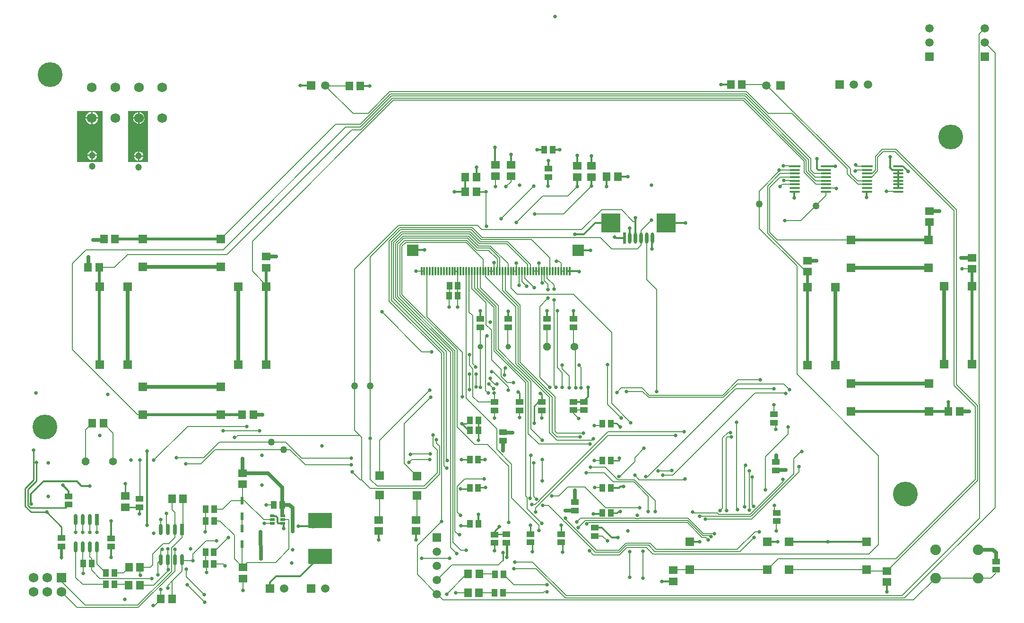
<source format=gtl>
G04 Layer_Physical_Order=1*
G04 Layer_Color=255*
%FSLAX25Y25*%
%MOIN*%
G70*
G01*
G75*
%ADD10O,0.02362X0.07874*%
%ADD11R,0.02362X0.07874*%
%ADD12R,0.13780X0.13780*%
%ADD13R,0.01181X0.06299*%
%ADD14O,0.01181X0.06299*%
%ADD15R,0.07874X0.07874*%
%ADD16R,0.04331X0.05512*%
%ADD17R,0.05512X0.04331*%
%ADD18R,0.05512X0.05906*%
%ADD19R,0.03543X0.01969*%
G04:AMPARAMS|DCode=20|XSize=35.43mil|YSize=19.69mil|CornerRadius=4.92mil|HoleSize=0mil|Usage=FLASHONLY|Rotation=0.000|XOffset=0mil|YOffset=0mil|HoleType=Round|Shape=RoundedRectangle|*
%AMROUNDEDRECTD20*
21,1,0.03543,0.00984,0,0,0.0*
21,1,0.02559,0.01969,0,0,0.0*
1,1,0.00984,0.01280,-0.00492*
1,1,0.00984,-0.01280,-0.00492*
1,1,0.00984,-0.01280,0.00492*
1,1,0.00984,0.01280,0.00492*
%
%ADD20ROUNDEDRECTD20*%
%ADD21R,0.05906X0.05512*%
%ADD22R,0.02362X0.05315*%
%ADD23R,0.06102X0.06299*%
%ADD24O,0.07874X0.01181*%
%ADD25R,0.07874X0.01181*%
%ADD26R,0.06299X0.06102*%
%ADD27R,0.05906X0.05906*%
%ADD28R,0.16732X0.10906*%
%ADD29O,0.02756X0.07874*%
%ADD30R,0.02756X0.07874*%
%ADD31O,0.02500X0.08000*%
%ADD32R,0.02500X0.08000*%
%ADD33C,0.00800*%
%ADD34C,0.01200*%
%ADD35C,0.01000*%
%ADD36C,0.02500*%
%ADD37C,0.01500*%
%ADD38C,0.02000*%
%ADD39C,0.17500*%
%ADD40R,0.06831X0.06831*%
%ADD41C,0.06831*%
%ADD42C,0.06900*%
%ADD43R,0.05906X0.05906*%
%ADD44C,0.05906*%
%ADD45C,0.03900*%
%ADD46C,0.07500*%
%ADD47R,0.05906X0.05906*%
%ADD48P,0.05966X8X22.5*%
%ADD49C,0.05512*%
%ADD50C,0.04724*%
%ADD51C,0.05000*%
%ADD52C,0.02500*%
G36*
X90000Y318000D02*
X76000D01*
Y354000D01*
X90000D01*
Y318000D01*
D02*
G37*
G36*
X58000D02*
X40000D01*
Y354000D01*
X58000D01*
Y318000D01*
D02*
G37*
%LPC*%
G36*
X83100Y325499D02*
X82722Y325450D01*
X81904Y325111D01*
X81202Y324572D01*
X80663Y323870D01*
X80324Y323052D01*
X80275Y322674D01*
X83100D01*
Y325499D01*
D02*
G37*
G36*
X84100D02*
Y322674D01*
X86925D01*
X86876Y323052D01*
X86537Y323870D01*
X85998Y324572D01*
X85296Y325111D01*
X84478Y325450D01*
X84100Y325499D01*
D02*
G37*
G36*
X50300Y325999D02*
X49922Y325950D01*
X49104Y325611D01*
X48402Y325072D01*
X47863Y324370D01*
X47524Y323552D01*
X47475Y323174D01*
X50300D01*
Y325999D01*
D02*
G37*
G36*
X54125Y322174D02*
X51300D01*
Y319349D01*
X51678Y319398D01*
X52496Y319737D01*
X53198Y320276D01*
X53737Y320978D01*
X54076Y321796D01*
X54125Y322174D01*
D02*
G37*
G36*
X83100Y321674D02*
X80275D01*
X80324Y321296D01*
X80663Y320478D01*
X81202Y319776D01*
X81904Y319237D01*
X82722Y318898D01*
X83100Y318849D01*
Y321674D01*
D02*
G37*
G36*
X86925D02*
X84100D01*
Y318849D01*
X84478Y318898D01*
X85296Y319237D01*
X85998Y319776D01*
X86537Y320478D01*
X86876Y321296D01*
X86925Y321674D01*
D02*
G37*
G36*
X50300Y322174D02*
X47475D01*
X47524Y321796D01*
X47863Y320978D01*
X48402Y320276D01*
X49104Y319737D01*
X49922Y319398D01*
X50300Y319349D01*
Y322174D01*
D02*
G37*
G36*
X51100Y353423D02*
Y349500D01*
X55023D01*
X54935Y350162D01*
X54487Y351244D01*
X53774Y352174D01*
X52844Y352887D01*
X51762Y353335D01*
X51100Y353423D01*
D02*
G37*
G36*
X50100D02*
X49438Y353335D01*
X48356Y352887D01*
X47426Y352174D01*
X46713Y351244D01*
X46264Y350162D01*
X46177Y349500D01*
X50100D01*
Y353423D01*
D02*
G37*
G36*
X84190Y352969D02*
Y349500D01*
X87659D01*
X87587Y350044D01*
X87184Y351017D01*
X86543Y351853D01*
X85707Y352494D01*
X84734Y352897D01*
X84190Y352969D01*
D02*
G37*
G36*
X83190D02*
X82646Y352897D01*
X81673Y352494D01*
X80837Y351853D01*
X80196Y351017D01*
X79793Y350044D01*
X79721Y349500D01*
X83190D01*
Y352969D01*
D02*
G37*
G36*
X87659Y348500D02*
X84190D01*
Y345031D01*
X84734Y345103D01*
X85707Y345506D01*
X86543Y346147D01*
X87184Y346983D01*
X87587Y347956D01*
X87659Y348500D01*
D02*
G37*
G36*
X50100D02*
X46177D01*
X46264Y347838D01*
X46713Y346756D01*
X47426Y345826D01*
X48356Y345113D01*
X49438Y344665D01*
X50100Y344577D01*
Y348500D01*
D02*
G37*
G36*
X51300Y325999D02*
Y323174D01*
X54125D01*
X54076Y323552D01*
X53737Y324370D01*
X53198Y325072D01*
X52496Y325611D01*
X51678Y325950D01*
X51300Y325999D01*
D02*
G37*
G36*
X83190Y348500D02*
X79721D01*
X79793Y347956D01*
X80196Y346983D01*
X80837Y346147D01*
X81673Y345506D01*
X82646Y345103D01*
X83190Y345031D01*
Y348500D01*
D02*
G37*
G36*
X55023D02*
X51100D01*
Y344577D01*
X51762Y344665D01*
X52844Y345113D01*
X53774Y345826D01*
X54487Y346756D01*
X54935Y347838D01*
X55023Y348500D01*
D02*
G37*
%LPD*%
D10*
X445685Y264228D02*
D03*
X441748D02*
D03*
X437811D02*
D03*
X433874D02*
D03*
X429937D02*
D03*
D11*
X426000D02*
D03*
D12*
X416354Y275055D02*
D03*
X455331D02*
D03*
D13*
X387331Y241000D02*
D03*
X369614D02*
D03*
X349929D02*
D03*
X330244D02*
D03*
X310559D02*
D03*
X290874D02*
D03*
D14*
X385362D02*
D03*
X383394D02*
D03*
X381425D02*
D03*
X379457D02*
D03*
X377488D02*
D03*
X375520D02*
D03*
X373551D02*
D03*
X371583D02*
D03*
X367646D02*
D03*
X365677D02*
D03*
X363709D02*
D03*
X361740D02*
D03*
X359772D02*
D03*
X357803D02*
D03*
X355835D02*
D03*
X353866D02*
D03*
X351898D02*
D03*
X347961D02*
D03*
X345992D02*
D03*
X344024D02*
D03*
X342055D02*
D03*
X340087D02*
D03*
X338118D02*
D03*
X336150D02*
D03*
X334181D02*
D03*
X332213D02*
D03*
X328276D02*
D03*
X326307D02*
D03*
X324339D02*
D03*
X322370D02*
D03*
X320402D02*
D03*
X318433D02*
D03*
X316465D02*
D03*
X314496D02*
D03*
X312528D02*
D03*
X308591D02*
D03*
X306622D02*
D03*
X304654D02*
D03*
X302685D02*
D03*
X300717D02*
D03*
X298748D02*
D03*
X296780D02*
D03*
X294811D02*
D03*
X292843D02*
D03*
X288906D02*
D03*
X286937D02*
D03*
X284969D02*
D03*
X283000D02*
D03*
D15*
X393433Y255567D02*
D03*
X276898D02*
D03*
D16*
X308553Y230500D02*
D03*
X302647D02*
D03*
X308453Y223600D02*
D03*
X302547D02*
D03*
X44447Y34700D02*
D03*
X50353D02*
D03*
X130947Y64700D02*
D03*
X136853D02*
D03*
X184753Y76100D02*
D03*
X178847D02*
D03*
X60547Y19859D02*
D03*
X66453D02*
D03*
X130647Y42600D02*
D03*
X136553D02*
D03*
X375453Y326700D02*
D03*
X369547D02*
D03*
X60447Y28059D02*
D03*
X66353D02*
D03*
X130647Y34200D02*
D03*
X136553D02*
D03*
X130947Y73100D02*
D03*
X136853D02*
D03*
X323053Y62500D02*
D03*
X317147D02*
D03*
X322953Y88100D02*
D03*
X317047D02*
D03*
X322953Y107800D02*
D03*
X317047D02*
D03*
X323053Y135700D02*
D03*
X317147D02*
D03*
X410547Y88100D02*
D03*
X416453D02*
D03*
X410547Y107200D02*
D03*
X416453D02*
D03*
X410547Y133400D02*
D03*
X416453D02*
D03*
X416453Y70300D02*
D03*
X410547D02*
D03*
X323053Y128500D02*
D03*
X317147D02*
D03*
X340753Y27000D02*
D03*
X334847D02*
D03*
X340453Y13900D02*
D03*
X334547D02*
D03*
D17*
X688000Y36053D02*
D03*
Y30147D02*
D03*
X64200Y52453D02*
D03*
Y46547D02*
D03*
X84200Y74447D02*
D03*
Y80353D02*
D03*
X372500Y313253D02*
D03*
Y307347D02*
D03*
X533500Y64547D02*
D03*
Y70453D02*
D03*
X390100Y207153D02*
D03*
Y201247D02*
D03*
X371500Y207153D02*
D03*
Y201247D02*
D03*
X34200Y76147D02*
D03*
Y82053D02*
D03*
X532900Y100247D02*
D03*
Y106153D02*
D03*
X344100Y207153D02*
D03*
Y201247D02*
D03*
X324400Y207153D02*
D03*
Y201247D02*
D03*
X334400Y55053D02*
D03*
Y49147D02*
D03*
X359900Y55453D02*
D03*
Y49547D02*
D03*
X381600Y55453D02*
D03*
Y49547D02*
D03*
X397400Y142847D02*
D03*
Y148753D02*
D03*
X390000Y142847D02*
D03*
Y148753D02*
D03*
X367800Y142647D02*
D03*
Y148553D02*
D03*
X352100Y142647D02*
D03*
Y148553D02*
D03*
X342700Y49247D02*
D03*
Y55153D02*
D03*
X391200Y77953D02*
D03*
Y72047D02*
D03*
X340400Y127253D02*
D03*
Y121347D02*
D03*
X405000Y59953D02*
D03*
Y54047D02*
D03*
X334400Y148653D02*
D03*
Y142747D02*
D03*
X29200Y52653D02*
D03*
Y46747D02*
D03*
X531500Y133947D02*
D03*
Y139853D02*
D03*
D18*
X421437Y307500D02*
D03*
X413563D02*
D03*
X99163Y9500D02*
D03*
X107037D02*
D03*
X114937Y80200D02*
D03*
X107063D02*
D03*
X84537Y31959D02*
D03*
X76663D02*
D03*
X84437Y19400D02*
D03*
X76563D02*
D03*
X508937Y372700D02*
D03*
X501063D02*
D03*
X232063Y371700D02*
D03*
X239937D02*
D03*
X156463Y139600D02*
D03*
X164337D02*
D03*
X66937Y263500D02*
D03*
X59063D02*
D03*
X654563Y142000D02*
D03*
X662437D02*
D03*
X321737Y307400D02*
D03*
X313863D02*
D03*
X50763Y133500D02*
D03*
X58637D02*
D03*
X55837Y243500D02*
D03*
X47963D02*
D03*
X321737Y297100D02*
D03*
X313863D02*
D03*
X315863Y27231D02*
D03*
X323737D02*
D03*
X315663Y13900D02*
D03*
X323537D02*
D03*
D19*
X185280Y63082D02*
D03*
Y65641D02*
D03*
Y68200D02*
D03*
X177800Y63082D02*
D03*
Y65641D02*
D03*
D20*
Y68200D02*
D03*
D21*
X74300Y82237D02*
D03*
Y74363D02*
D03*
X611000Y29437D02*
D03*
Y21563D02*
D03*
X460500Y29937D02*
D03*
Y22063D02*
D03*
X173500Y243263D02*
D03*
Y251137D02*
D03*
X555000Y240563D02*
D03*
Y248437D02*
D03*
X641000Y275563D02*
D03*
Y283437D02*
D03*
X671000Y242563D02*
D03*
Y250437D02*
D03*
X346000Y315837D02*
D03*
Y307963D02*
D03*
X335300Y315837D02*
D03*
Y307963D02*
D03*
X402800Y315137D02*
D03*
Y307263D02*
D03*
X392700Y315137D02*
D03*
Y307263D02*
D03*
X157000Y24063D02*
D03*
Y31937D02*
D03*
X156900Y90463D02*
D03*
Y98337D02*
D03*
X252900Y57563D02*
D03*
Y65437D02*
D03*
X279000Y57563D02*
D03*
Y65437D02*
D03*
D22*
X156600Y68088D02*
D03*
Y79112D02*
D03*
Y48388D02*
D03*
Y59412D02*
D03*
D23*
X141400Y139715D02*
D03*
Y159400D02*
D03*
X86479Y139715D02*
D03*
Y159400D02*
D03*
X596921Y30315D02*
D03*
Y50000D02*
D03*
X542000Y30315D02*
D03*
Y50000D02*
D03*
X526921Y30315D02*
D03*
Y50000D02*
D03*
X472000Y30315D02*
D03*
Y50000D02*
D03*
X585679Y262885D02*
D03*
Y243200D02*
D03*
X640600Y262885D02*
D03*
Y243200D02*
D03*
X86479Y263785D02*
D03*
Y244100D02*
D03*
X141400Y263785D02*
D03*
Y244100D02*
D03*
X640821Y141915D02*
D03*
Y161600D02*
D03*
X585900Y141915D02*
D03*
Y161600D02*
D03*
D24*
X619047Y297087D02*
D03*
Y299646D02*
D03*
Y302205D02*
D03*
Y304764D02*
D03*
Y307323D02*
D03*
Y309882D02*
D03*
Y312441D02*
D03*
Y315000D02*
D03*
X597000Y297087D02*
D03*
Y299646D02*
D03*
Y302205D02*
D03*
Y304764D02*
D03*
Y307323D02*
D03*
Y309882D02*
D03*
Y312441D02*
D03*
X568047Y297087D02*
D03*
Y299646D02*
D03*
Y302205D02*
D03*
Y304764D02*
D03*
Y307323D02*
D03*
Y309882D02*
D03*
Y312441D02*
D03*
Y315000D02*
D03*
X546000Y297087D02*
D03*
Y299646D02*
D03*
Y302205D02*
D03*
Y304764D02*
D03*
Y307323D02*
D03*
Y309882D02*
D03*
Y312441D02*
D03*
D25*
X597000Y315000D02*
D03*
X546000D02*
D03*
D26*
X555015Y174779D02*
D03*
X574700D02*
D03*
X555015Y229700D02*
D03*
X574700D02*
D03*
X56015Y174979D02*
D03*
X75700D02*
D03*
X56015Y229900D02*
D03*
X75700D02*
D03*
X671085Y230221D02*
D03*
X651400D02*
D03*
X671085Y175300D02*
D03*
X651400D02*
D03*
X173585Y229900D02*
D03*
X153900D02*
D03*
X173585Y174979D02*
D03*
X153900D02*
D03*
D27*
X253400Y96790D02*
D03*
Y83010D02*
D03*
X279900Y96290D02*
D03*
Y82510D02*
D03*
D28*
X211600Y39523D02*
D03*
Y64877D02*
D03*
D29*
X99100Y37440D02*
D03*
X104100D02*
D03*
X109100D02*
D03*
X114100D02*
D03*
X99100Y58700D02*
D03*
X104100D02*
D03*
X109100D02*
D03*
D30*
X114100D02*
D03*
D31*
X39300Y46200D02*
D03*
X44300D02*
D03*
X49300D02*
D03*
X54300D02*
D03*
X39300Y65700D02*
D03*
X44300D02*
D03*
X49300D02*
D03*
D32*
X54300D02*
D03*
D33*
X121800Y36600D02*
Y41300D01*
X131000Y50500D02*
X138500D01*
X121800Y41300D02*
X131000Y50500D01*
X114100Y37440D02*
X114940Y36600D01*
X687400Y74100D02*
Y395000D01*
X623600Y10300D02*
X687400Y74100D01*
X384400Y10300D02*
X623600D01*
X676484Y66606D02*
Y146537D01*
X621679Y11800D02*
X676484Y66606D01*
X598600Y41300D02*
X605300Y48000D01*
X446200Y41300D02*
X598600D01*
X441550Y45950D02*
X446200Y41300D01*
X518000Y57000D02*
X521300D01*
X505500Y44500D02*
X518000Y57000D01*
X507500Y43000D02*
X517600Y53100D01*
X447500Y43000D02*
X507500D01*
X448500Y44500D02*
X505500D01*
X439000Y24200D02*
Y43300D01*
X470661Y65000D02*
X481312Y54350D01*
X398600Y65000D02*
X470661D01*
X393600Y60000D02*
X398600Y65000D01*
X436140Y66600D02*
X470900D01*
X435990Y66450D02*
X436140Y66600D01*
X434209Y66450D02*
X435990D01*
X434059Y66600D02*
X434209Y66450D01*
X395100Y66600D02*
X434059D01*
X470900D02*
X481850Y55650D01*
X392500Y64000D02*
X395100Y66600D01*
X336000Y115339D02*
X346600Y104738D01*
Y80959D02*
Y104738D01*
Y80959D02*
X365800Y61760D01*
X344500Y63500D02*
Y103400D01*
X329400Y118500D02*
X344500Y103400D01*
X320500Y118500D02*
X329400D01*
X349779Y171100D02*
X358300Y162579D01*
Y126400D02*
Y162579D01*
Y126400D02*
X365800Y118900D01*
X360000Y129500D02*
Y163000D01*
Y129500D02*
X368000Y121500D01*
X350400Y172600D02*
X360000Y163000D01*
X349157Y169600D02*
X356500Y162257D01*
Y82240D02*
Y162257D01*
Y82240D02*
X357350Y81391D01*
X375000Y127438D02*
X378438Y124000D01*
X375000Y127438D02*
Y152100D01*
X378438Y124000D02*
X394900D01*
X378500Y126500D02*
X397000D01*
X377000Y128000D02*
X378500Y126500D01*
X377000Y128000D02*
Y152200D01*
X378500Y121500D02*
X403000D01*
X373000Y127000D02*
X378500Y121500D01*
X373000Y127000D02*
Y152121D01*
X351000Y176100D02*
X375000Y152100D01*
X351021Y174100D02*
X373000Y152121D01*
X372650Y156550D02*
X377000Y152200D01*
X360956Y76256D02*
X363297D01*
X366150Y79110D01*
Y79150D02*
X414600Y127600D01*
X366150Y79110D02*
Y79150D01*
X414600Y127600D02*
X468100D01*
X414400Y124900D02*
X462200D01*
X363600Y74100D02*
X414400Y124900D01*
X363600Y70800D02*
Y74100D01*
X106650Y31273D02*
X106750Y31173D01*
Y29227D02*
Y31173D01*
X106650Y29127D02*
X106750Y29227D01*
X106650Y29095D02*
Y29127D01*
X82755Y5200D02*
X106650Y29095D01*
X298750Y103750D02*
X300700Y101800D01*
X298750Y103750D02*
Y183450D01*
X261800Y220400D02*
X298750Y183450D01*
X260300Y219779D02*
X297250Y182829D01*
Y64455D02*
Y182829D01*
X280000Y47205D02*
X297250Y64455D01*
X303500Y46000D02*
X307800Y41700D01*
X305000Y49700D02*
X310900Y43800D01*
X305000Y49700D02*
Y184143D01*
X306500Y57300D02*
Y184764D01*
X333500Y170000D02*
X344300Y159200D01*
X332500Y170000D02*
X333500D01*
X357350Y73250D02*
X367700Y62900D01*
X357350Y73250D02*
Y81391D01*
X359500Y80500D02*
X359700D01*
X360200Y80000D01*
X359850Y79650D02*
X360200Y80000D01*
X328276Y236882D02*
Y241000D01*
Y236882D02*
X349500Y215657D01*
X392023Y264700D02*
X409000D01*
X391973Y264650D02*
X392023Y264700D01*
X390027Y264650D02*
X391973D01*
X389977Y264700D02*
X390027Y264650D01*
X325669Y264700D02*
X389977D01*
X395900Y270200D02*
X410100Y284400D01*
X424000D01*
X512285Y367500D02*
X527485Y352300D01*
X245415D02*
X260615Y367500D01*
X512285D01*
X511664Y366000D02*
X557500Y320164D01*
X261236Y366000D02*
X511664D01*
X239936Y344700D02*
X261236Y366000D01*
X511043Y364500D02*
X555800Y319743D01*
X261857Y364500D02*
X511043D01*
X239957Y342600D02*
X261857Y364500D01*
X509800Y361500D02*
X552800Y318500D01*
X510421Y363000D02*
X554300Y319121D01*
X487500Y363000D02*
X510421D01*
X263100Y361500D02*
X509800D01*
X262479Y363000D02*
X487500D01*
X487541D01*
X163700Y262100D02*
X263100Y361500D01*
X239979Y340500D02*
X262479Y363000D01*
X515900Y65900D02*
X549300Y99300D01*
Y102800D01*
X483300Y65900D02*
X515900D01*
X515860Y68200D02*
X545500Y97840D01*
X515379Y68200D02*
X515860D01*
X515229Y68050D02*
X515379Y68200D01*
X479250Y68050D02*
X515229D01*
X515240Y69500D02*
X537900Y92159D01*
X514841Y69500D02*
X515240D01*
X514690Y69350D02*
X514841Y69500D01*
X492404Y69350D02*
X514690D01*
X491354Y70400D02*
X492404Y69350D01*
X479000Y67800D02*
X479250Y68050D01*
X474900Y70400D02*
X491354D01*
X533300Y57500D02*
Y64347D01*
X444000Y49000D02*
X448500Y44500D01*
X443000Y47500D02*
X447500Y43000D01*
X427000Y49000D02*
X444000D01*
X427500Y47500D02*
X443000D01*
X483350Y53050D02*
X485000Y51400D01*
X422000Y44000D02*
X427000Y49000D01*
X422500Y42500D02*
X427500Y47500D01*
X427950Y45950D02*
X441550D01*
X422600Y40600D02*
X427950Y45950D01*
X405500Y42500D02*
X422500D01*
X404300Y40600D02*
X422600D01*
X406560Y44000D02*
X422000D01*
X384500Y66059D02*
X406560Y44000D01*
X384500Y66059D02*
Y66500D01*
X383650Y64350D02*
X405500Y42500D01*
X383610Y64350D02*
X383650D01*
X382350Y65610D02*
X383610Y64350D01*
X382350Y65610D02*
Y65650D01*
X410453Y54047D02*
X414000Y50500D01*
X405000Y54047D02*
X410453D01*
X470323Y63500D02*
X480773Y53050D01*
X400400Y63500D02*
X470323D01*
X399550Y62650D02*
X400400Y63500D01*
X372500Y75500D02*
X382350Y65650D01*
X362000Y82000D02*
X364000Y80000D01*
X359850Y79650D02*
Y110850D01*
X362000Y82000D02*
Y105500D01*
X368000Y93000D02*
Y108000D01*
X359850Y110850D02*
X360000Y111000D01*
X368500Y75500D02*
X372500D01*
X374800Y82162D02*
X379762D01*
X617442Y38000D02*
X673484Y94043D01*
X534606Y38000D02*
X617442D01*
X526921Y30315D02*
X534606Y38000D01*
X481850Y55650D02*
X488091D01*
X481312Y54350D02*
X486350D01*
X480773Y53050D02*
X483350D01*
X474300Y71000D02*
X474900Y70400D01*
X436691Y93791D02*
X468191D01*
X460000Y96800D02*
X518200Y155000D01*
X453100Y96800D02*
X460000D01*
X447900Y71300D02*
Y79000D01*
X386300Y88700D02*
X398000D01*
X379762Y82162D02*
X386300Y88700D01*
X398000D02*
X412700Y74000D01*
X436900D01*
X486350Y54350D02*
X487200Y53500D01*
X432300Y276100D02*
X433800D01*
X424000Y284400D02*
X432300Y276100D01*
X325600Y270200D02*
X395900D01*
X495921Y151900D02*
X505321Y161300D01*
X442979Y151900D02*
X495921D01*
X438879Y156000D02*
X442979Y151900D01*
X357803Y241000D02*
Y245597D01*
X343200Y260200D02*
X357803Y245597D01*
X323805Y260200D02*
X343200D01*
X343700Y261700D02*
X359772Y245628D01*
Y241000D02*
Y245628D01*
X324427Y261700D02*
X343700D01*
X373551Y241000D02*
Y250149D01*
X360500Y263200D02*
X373551Y250149D01*
X325048Y263200D02*
X360500D01*
X264800Y222221D02*
X303500Y183521D01*
X269300Y258500D02*
X272000Y261200D01*
X269300Y224200D02*
Y258500D01*
Y224200D02*
X308000Y185500D01*
X267800Y223464D02*
X306500Y184764D01*
X267800Y223464D02*
Y259251D01*
X271249Y262700D01*
X266300Y259872D02*
X270628Y264200D01*
X266300Y222843D02*
Y259872D01*
Y222843D02*
X305000Y184143D01*
X264800Y222221D02*
Y260493D01*
X270007Y265700D01*
X263300Y261115D02*
X269385Y267200D01*
X263300Y221600D02*
Y261115D01*
Y221600D02*
X300500Y184400D01*
X261800Y220400D02*
Y261736D01*
X268764Y268700D01*
X260300Y262357D02*
X268143Y270200D01*
X260300Y219779D02*
Y262357D01*
X271249Y262700D02*
X314941D01*
X270628Y264200D02*
X315563D01*
X270007Y265700D02*
X316184D01*
X269385Y267200D02*
X316805D01*
X268764Y268700D02*
X317427D01*
X268143Y270200D02*
X318048D01*
X267521Y271700D02*
X318669D01*
X246800Y250979D02*
X267521Y271700D01*
X246800Y94121D02*
Y250979D01*
X266900Y273200D02*
X322600D01*
X235900Y242200D02*
X266900Y273200D01*
X235900Y128600D02*
Y242200D01*
X318669Y271700D02*
X325669Y264700D01*
X318048Y270200D02*
X325048Y263200D01*
X317427Y268700D02*
X324427Y261700D01*
X316805Y267200D02*
X323805Y260200D01*
X323184Y258700D02*
X331500D01*
X316184Y265700D02*
X323184Y258700D01*
X322563Y257200D02*
X331100D01*
X315563Y264200D02*
X322563Y257200D01*
X321941Y255700D02*
X330300D01*
X314941Y262700D02*
X321941Y255700D01*
X272000Y261200D02*
X314320D01*
X326307Y249213D01*
X302647Y222300D02*
Y229100D01*
X302547Y215553D02*
Y223600D01*
X308453D02*
X308507Y230500D01*
X308453Y215753D02*
Y223600D01*
X314496Y151204D02*
Y241000D01*
X308507Y230500D02*
X308591Y241000D01*
X308453Y223600D02*
X308553Y230500D01*
X326307Y241000D02*
Y249213D01*
X322600Y273200D02*
X325600Y270200D01*
X330300Y255700D02*
X336331Y249669D01*
X331100Y257200D02*
X338118Y250182D01*
X331500Y258700D02*
X344024Y246176D01*
X409000Y264700D02*
X417200Y256500D01*
X328437Y272178D02*
Y296963D01*
X417200Y256500D02*
X435100D01*
X437811Y259211D01*
Y264228D01*
X279200Y241000D02*
X283000D01*
X421410Y93650D02*
X433250D01*
X399200Y98600D02*
X411800D01*
X404900Y107300D02*
X410647D01*
X411800Y98600D02*
X418050Y92350D01*
X412560Y102500D02*
X421410Y93650D01*
X418050Y92350D02*
X432650D01*
X385021Y11800D02*
X621679D01*
X433400Y109400D02*
X439900Y115900D01*
X140800Y64700D02*
X151000Y54500D01*
X136853Y64700D02*
X140800D01*
X151000Y37937D02*
Y54500D01*
X172200Y62900D02*
X177618D01*
X93800Y5000D02*
X94663D01*
X99163Y9500D01*
X83177Y3500D02*
X109100Y29423D01*
X84500Y80653D02*
Y107500D01*
X84200Y80353D02*
X84500Y80653D01*
X143100Y128200D02*
X168800D01*
X94300Y107600D02*
X118100Y131400D01*
X159900D01*
X151300Y123500D02*
X151800D01*
X153350Y125050D01*
X239450D01*
X110000Y109400D02*
X129600D01*
X140500Y120300D01*
X116800Y105100D02*
X127421D01*
X137321Y115000D01*
X190300D01*
X201000Y104300D01*
X140500Y120300D02*
X187121D01*
X198421Y109000D01*
X673384Y136760D02*
X673483Y94042D01*
X611234Y29437D02*
X674984Y93187D01*
X676147Y146874D02*
X676484Y146537D01*
X676147Y146874D02*
Y408147D01*
X680200Y412200D01*
Y402200D02*
X687400Y395000D01*
X234000Y99400D02*
X239900Y93500D01*
X240900D01*
X246700Y87700D01*
X240900Y93500D02*
Y123600D01*
X201000Y104300D02*
X233500D01*
X198421Y109000D02*
X233600D01*
X54200Y56000D02*
Y65600D01*
X54300Y65700D01*
X49300Y55900D02*
Y65700D01*
X44200Y55600D02*
Y65600D01*
X44300Y65700D01*
X39300Y56500D02*
Y65700D01*
X526000Y372000D02*
X526600D01*
X544179Y352300D02*
X583300Y313179D01*
X527485Y352300D02*
X544179D01*
X554300Y311221D02*
Y319121D01*
X555800Y311843D02*
Y319743D01*
X557500Y312264D02*
Y320164D01*
X234700Y352300D02*
X245415D01*
X222315Y344700D02*
X239936D01*
X229600Y342600D02*
X239957D01*
X233700Y340500D02*
X239979D01*
X441141Y95941D02*
X442541D01*
X459600Y99900D02*
Y100400D01*
X545823Y307500D02*
X546000Y307323D01*
X545941Y312500D02*
X546000Y312441D01*
X531500Y139853D02*
Y146500D01*
X472000Y30315D02*
X526921D01*
X597799Y29437D02*
X611000D01*
X596921Y30315D02*
X597799Y29437D01*
X531516Y72437D02*
X533500Y70453D01*
X390100Y140700D02*
X393800Y137000D01*
X390100Y140700D02*
Y142947D01*
X397500D01*
X405100Y88200D02*
X405100Y88200D01*
X410647D01*
X215300Y371700D02*
X232063D01*
X508937Y372700D02*
X525300D01*
X55837Y243500D02*
X66600D01*
X75700Y252600D01*
X36900Y185489D02*
X82674Y139715D01*
X675475Y24413D02*
X684566D01*
X552800Y310600D02*
Y318500D01*
Y310600D02*
X561195Y302205D01*
X568047D01*
X554300Y311221D02*
X560758Y304764D01*
X568047D01*
X560320Y307323D02*
X568047D01*
X555800Y311843D02*
X560320Y307323D01*
X557500Y312264D02*
X559882Y309882D01*
X568047D01*
X554116Y240563D02*
X555000D01*
X645475Y24413D02*
X675475D01*
X597000Y309882D02*
X600782D01*
X597000Y307323D02*
X600423D01*
X604600Y311500D01*
X600782Y309882D02*
X603100Y312200D01*
X604600Y311500D02*
Y321400D01*
X608500Y325300D01*
X603100Y322021D02*
X607879Y326800D01*
X603100Y312200D02*
Y322021D01*
X82674Y139715D02*
X86479D01*
X36900Y185489D02*
Y246300D01*
X46600Y256000D01*
X215000Y372000D02*
X215300Y371700D01*
X234700Y352300D01*
X568047Y299646D02*
X574854D01*
X335300Y300500D02*
Y307963D01*
X346000Y304000D02*
Y307963D01*
X342600Y300600D02*
X346000Y304000D01*
X368600Y294000D02*
X386100D01*
X392700Y300600D01*
X328437Y272178D02*
X328915Y271700D01*
X367900Y137300D02*
Y142747D01*
X352200Y137600D02*
Y142747D01*
X334500Y137300D02*
Y142847D01*
X383300Y281400D02*
X402800Y300900D01*
X253400Y65937D02*
Y83010D01*
X279900Y66337D02*
Y82510D01*
X362900Y281400D02*
X383300D01*
X539586Y309882D02*
X546000D01*
X528500Y268300D02*
Y300053D01*
Y268300D02*
X533915Y262885D01*
X585679D01*
X527000Y267679D02*
X554116Y240563D01*
X547700Y168300D02*
Y244500D01*
X605300Y48000D02*
Y110700D01*
X547700Y168300D02*
X605300Y110700D01*
X664037Y242563D02*
X671000D01*
X607879Y326800D02*
X617500D01*
X660100Y284200D01*
X608500Y325300D02*
X616879D01*
X658600Y283579D01*
X611000Y29437D02*
X611234D01*
X660100Y160800D02*
Y284200D01*
X658600Y160179D02*
X673384Y145395D01*
Y136760D02*
Y145395D01*
X658600Y160179D02*
Y283579D01*
X46294Y129031D02*
X50763Y133500D01*
X46294Y106500D02*
Y129031D01*
X674984Y93187D02*
Y145916D01*
X660100Y160800D02*
X674984Y145916D01*
X420731Y155269D02*
X423962Y158500D01*
X427400Y156000D02*
X438879D01*
X423962Y158500D02*
X438500D01*
X506200Y164300D02*
X521700D01*
X437811Y264228D02*
Y269711D01*
X445100Y277000D01*
X441748Y235052D02*
Y264228D01*
X163700Y240985D02*
X173585Y231100D01*
X163700Y240985D02*
Y262100D01*
X75700Y252600D02*
X145800D01*
X233700Y340500D01*
X46600Y256000D02*
X143000D01*
X229600Y342600D01*
X141400Y263785D02*
X222315Y344700D01*
X44300Y34847D02*
X44447Y34700D01*
X50353D02*
Y38247D01*
X49300Y39300D02*
X50353Y38247D01*
X49300Y39300D02*
Y46200D01*
X44300Y34847D02*
Y46200D01*
X39300Y24700D02*
Y46200D01*
X114100Y58700D02*
X114937Y59537D01*
Y80200D01*
X54300Y34206D02*
Y46200D01*
Y34206D02*
X60447Y28059D01*
X104100Y37440D02*
Y44600D01*
X104300Y44800D01*
X66353Y28059D02*
X72763D01*
X76663Y31959D01*
X107063Y72537D02*
Y80200D01*
X109100Y58700D02*
Y70500D01*
X107063Y72537D02*
X109100Y70500D01*
X130947Y64700D02*
Y73100D01*
X76104Y19859D02*
X76563Y19400D01*
X66453Y19859D02*
X76104D01*
X130647Y42600D02*
X130700Y42547D01*
X114100Y37440D02*
X114200Y37340D01*
X84537Y31959D02*
X91759D01*
X93400Y33600D01*
X99100Y37440D02*
Y43600D01*
X104700Y48600D02*
X109100Y53000D01*
Y58700D01*
X136853Y73100D02*
X142900D01*
X148912Y79112D01*
X156600D01*
Y59412D02*
Y68088D01*
Y32337D02*
X157000Y31937D01*
Y15700D02*
Y24063D01*
X156600Y79112D02*
X158288D01*
X171800Y65600D01*
X177759D01*
X177800Y65641D01*
X173600Y76100D02*
X178847D01*
X157000Y31937D02*
X160263Y35200D01*
X180000D01*
X156600Y32337D02*
Y48388D01*
X151000Y37937D02*
X156600Y32337D01*
X136553Y34200D02*
X143100D01*
X144500Y32800D01*
X136553Y42600D02*
X146900Y52947D01*
X189259Y65641D02*
X189600Y65300D01*
X185280Y65641D02*
X189259D01*
X156900Y79412D02*
Y90463D01*
X156600Y79112D02*
X156900Y79412D01*
X99100Y58700D02*
Y65600D01*
X629861Y8800D02*
X645475Y24413D01*
X293900Y13000D02*
X298100Y8800D01*
X401400Y43500D02*
X404300Y40600D01*
X460878Y30315D02*
X472000D01*
X323837Y27332D02*
X334947D01*
X542000Y30315D02*
X596921D01*
X541500Y126000D02*
Y131000D01*
X459600Y99500D02*
X460000Y99900D01*
X459600Y99500D02*
Y99900D01*
X422300Y95800D02*
X422700D01*
X433400Y106500D02*
Y109400D01*
X323537Y13900D02*
X334547D01*
X340753Y27000D02*
X348053Y19700D01*
X422700Y95800D02*
X433400Y106500D01*
X39300Y24700D02*
X44141Y19859D01*
X60547D01*
X50353Y29947D02*
Y34700D01*
X107037Y9500D02*
Y22137D01*
X104000Y17300D02*
Y19100D01*
X107037Y22137D01*
X307000Y13900D02*
X315663D01*
X97000Y35340D02*
X99100Y37440D01*
X97000Y26500D02*
Y35340D01*
X314831Y27231D02*
X315863D01*
X117700Y19700D02*
X130100Y7300D01*
X99100Y9563D02*
X99163Y9500D01*
X104100Y29400D02*
Y37440D01*
X107037Y22137D02*
X114200Y29300D01*
X99100Y9563D02*
X99200Y9663D01*
Y16200D01*
X180000Y35200D02*
X189600Y44800D01*
Y65300D01*
X459600Y99900D02*
X460000D01*
X596918Y309800D02*
X597000Y309882D01*
X596877Y307200D02*
X597000Y307323D01*
X539555Y309850D02*
X539586Y309882D01*
X527000Y301119D02*
X535731Y309850D01*
X539555D01*
X527000Y267679D02*
Y301119D01*
X588872Y311573D02*
X589741Y312441D01*
X597000D01*
X535300Y311540D02*
Y312200D01*
X526600Y372000D02*
X585400Y313200D01*
X583300Y309700D02*
X590795Y302205D01*
X583300Y309700D02*
Y313179D01*
X585400Y309721D02*
Y313200D01*
Y309721D02*
X590358Y304764D01*
X597000D01*
X590795Y302205D02*
X597000D01*
X429800Y24900D02*
Y43100D01*
X442900Y71300D02*
Y82100D01*
X436600Y93700D02*
X436691Y93791D01*
X468191D02*
X468645Y94245D01*
X433500Y96800D02*
X436600Y93700D01*
X497800Y123100D02*
X498600Y123900D01*
X501400D01*
X531500Y133947D02*
X532900Y132547D01*
Y129200D02*
Y132547D01*
X545500Y108500D02*
X550600Y113600D01*
X551300D01*
X525600Y86600D02*
Y110100D01*
X541500Y126000D01*
X448900Y155800D02*
Y227900D01*
X443550Y153450D02*
X495350D01*
X441748Y235052D02*
X448900Y227900D01*
X438500Y158500D02*
X443550Y153450D01*
X495350D02*
X506200Y164300D01*
X99100Y43600D02*
X100100Y44600D01*
X93400Y41223D02*
X100777Y48600D01*
X93400Y33600D02*
Y41223D01*
X100777Y48600D02*
X104700D01*
X114100Y52900D02*
Y58700D01*
X117100Y25200D02*
Y30500D01*
Y25200D02*
X129800Y12500D01*
X539400Y155000D02*
X539800Y154600D01*
X504500Y157900D02*
X531500D01*
X442541Y95941D02*
X504500Y157900D01*
X505321Y161300D02*
X538600D01*
X542500Y157400D01*
X518200Y155000D02*
X539400D01*
X493600Y72100D02*
X495150Y73650D01*
X535300Y312441D02*
X546000D01*
X545800Y315200D02*
X546000Y315000D01*
X538000Y315200D02*
X545800D01*
X545764Y305000D02*
X546000Y304764D01*
X538600Y305000D02*
X545764D01*
X545973Y307350D02*
X546000Y307323D01*
X535797Y307350D02*
X545973D01*
X528500Y300053D02*
X535797Y307350D01*
X619047Y297087D02*
X619061Y297100D01*
X618961Y297200D02*
X619061Y297100D01*
X610900Y297200D02*
X618961D01*
X409247Y132100D02*
X410547Y133400D01*
X404800Y132100D02*
X409247D01*
X531516Y72437D02*
X531800Y72721D01*
Y75700D01*
X177618Y62900D02*
X177800Y63082D01*
X44447Y34700D02*
X44500Y34647D01*
Y27700D02*
Y34647D01*
X533300Y64347D02*
X533500Y64547D01*
X106650Y45473D02*
X108027Y46850D01*
X108050D01*
X114100Y52900D01*
X106650Y31273D02*
Y45473D01*
X109000Y44500D02*
X109100Y44400D01*
Y37440D02*
Y44400D01*
X535900Y300700D02*
X537405Y302205D01*
X546000D01*
X510800Y74500D02*
Y103300D01*
X511500Y104000D01*
X516246Y95646D02*
X516300Y95700D01*
X505300Y73000D02*
X505700Y72600D01*
X505300Y73000D02*
Y134300D01*
X395000Y158700D02*
X395600D01*
X394200Y174500D02*
X395600Y173100D01*
X390713Y158700D02*
X390813Y158600D01*
X391700D01*
X390713Y158700D02*
X391600Y159587D01*
X390806Y187700D02*
X391600Y186906D01*
X514100Y72300D02*
Y99800D01*
X516246Y76054D02*
X517200Y75100D01*
X516246Y76054D02*
Y95646D01*
X330400Y161400D02*
X333700Y158100D01*
X333800D01*
X459500Y99800D02*
X459600Y99900D01*
X459400D02*
X459500Y99800D01*
X449800Y99900D02*
X459400D01*
X589000Y315200D02*
Y316100D01*
X589200Y315000D02*
X597000D01*
X589000Y315200D02*
X589200Y315000D01*
X488091Y55650D02*
X488240Y55500D01*
X489500D01*
X433250Y93650D02*
X447900Y79000D01*
X432650Y92350D02*
X442900Y82100D01*
X369300Y14500D02*
X371400D01*
X340453Y13900D02*
X368700D01*
X369300Y14500D01*
X50353Y29947D02*
X56300Y24000D01*
X92700D01*
X84537Y26763D02*
Y31959D01*
Y26763D02*
X84900Y26400D01*
X497800Y72300D02*
X498000Y72100D01*
X497800Y72300D02*
Y123100D01*
X395000Y158700D02*
X395600Y159300D01*
X84437Y19400D02*
X94100D01*
X104100Y29400D01*
X45800Y5200D02*
X82755D01*
X109100Y29423D02*
Y37440D01*
X103100Y59700D02*
Y69900D01*
Y59700D02*
X104100Y58700D01*
X545500Y97840D02*
Y108500D01*
X537900Y92159D02*
Y93800D01*
X130700Y35400D02*
Y42547D01*
X131500Y28300D02*
Y34600D01*
X130700Y35400D02*
X131500Y34600D01*
X130947Y57000D02*
Y64700D01*
X684566Y24413D02*
X688000Y27847D01*
X521200Y271000D02*
X547700Y244500D01*
X521200Y271000D02*
Y297440D01*
X535300Y311540D01*
X539200Y276600D02*
X550400D01*
X568047Y294247D01*
Y297087D01*
X337096Y33600D02*
X340189Y36693D01*
X341500Y167133D02*
Y167700D01*
Y172000D02*
X341600Y171900D01*
X283000Y241000D02*
X284969D01*
X330244D02*
X332213D01*
X334181D01*
X347961D02*
X349929D01*
Y246771D01*
X361740Y241000D02*
X363709D01*
X365677D01*
Y246723D01*
X381425Y241000D02*
X383394D01*
X381425D02*
Y246575D01*
X341500Y172000D02*
X342100Y172600D01*
X341600Y167700D02*
Y171900D01*
X348053Y19700D02*
X371600D01*
X348000Y30900D02*
X363800D01*
X384400Y10300D01*
X348900Y35700D02*
X361121D01*
X385021Y11800D01*
X365800Y57900D02*
Y61760D01*
X343706Y187700D02*
Y200853D01*
X324400Y187794D02*
Y201247D01*
X344300Y156900D02*
Y159200D01*
X300700Y13100D02*
X314831Y27231D01*
X395600Y159300D02*
Y173100D01*
X391600Y159587D02*
Y186906D01*
X371500Y187794D02*
Y201247D01*
X343477Y162400D02*
X347700D01*
X336000Y115339D02*
Y129700D01*
X339200Y166677D02*
X343477Y162400D01*
X328600Y203100D02*
X332500Y199200D01*
Y178323D02*
Y199200D01*
X328600Y203100D02*
Y218536D01*
X336150Y241000D02*
X336331Y241182D01*
X322370Y229009D02*
X335500Y215879D01*
X324339Y229161D02*
X337000Y216500D01*
X322370Y229009D02*
Y241000D01*
X324339Y229161D02*
Y241000D01*
X339100Y277900D02*
X362178Y300978D01*
X334181Y241000D02*
Y246981D01*
X336331Y241182D02*
Y249669D01*
X338118Y241000D02*
Y250182D01*
X350257Y172600D02*
X350400D01*
X349636Y171100D02*
X349779D01*
X349015Y169600D02*
X349157D01*
X337000Y185857D02*
X350257Y172600D01*
X337000Y185857D02*
Y216500D01*
X335500Y185236D02*
Y215879D01*
X334000Y184615D02*
Y215257D01*
X403000Y121500D02*
X404000Y122500D01*
X402100Y102500D02*
X412560D01*
X342055Y227345D02*
Y241000D01*
X340087Y227192D02*
Y241000D01*
X349900Y275300D02*
X368600Y294000D01*
X344024Y241000D02*
Y246176D01*
X304500Y33600D02*
X337096D01*
X298100Y8800D02*
X629861D01*
X310900Y43800D02*
X314400D01*
X280000Y26900D02*
X293900Y13000D01*
X280000Y26900D02*
Y47205D01*
X253400Y96790D02*
Y121700D01*
X251721Y89200D02*
X284700D01*
X246700Y87700D02*
X285700D01*
X293900Y23000D02*
X304500Y33600D01*
X283300Y38200D02*
X302800D01*
X390100Y188406D02*
Y201247D01*
X417100Y147600D02*
Y197500D01*
Y147600D02*
X430600Y134100D01*
X340087Y227192D02*
X351000Y216279D01*
X342055Y227345D02*
X352500Y216900D01*
X345992Y229108D02*
Y241000D01*
X351898Y230902D02*
Y241000D01*
X313400Y94300D02*
X327100D01*
X308000Y88900D02*
X313400Y94300D01*
X308000Y71100D02*
X310600Y68500D01*
X308000Y71100D02*
Y88900D01*
X286937Y208684D02*
Y241000D01*
Y208684D02*
X311900Y183721D01*
X308000Y131000D02*
X320500Y118500D01*
X293600Y119500D02*
Y121900D01*
X270900Y105290D02*
Y133400D01*
Y105290D02*
X279900Y96290D01*
X275200Y111700D02*
X275300Y111800D01*
X289200D01*
X274300Y106000D02*
X276100Y107800D01*
X288700D01*
X270900Y133400D02*
X289500Y152000D01*
X288800Y157100D02*
X288900D01*
X253400Y121700D02*
X288800Y157100D01*
X284700Y89200D02*
X294250Y98750D01*
X285700Y87700D02*
X295750Y97750D01*
X294250Y98750D02*
Y114511D01*
X291250Y117511D02*
X294250Y114511D01*
X295750Y97750D02*
Y117350D01*
X293600Y119500D02*
X295750Y117350D01*
X300500Y107800D02*
X301100Y107200D01*
X353866Y233534D02*
X357100Y230300D01*
X353866Y233534D02*
Y241000D01*
X365800Y118900D02*
X401900D01*
X387100Y158700D02*
Y166900D01*
X382100Y171900D02*
Y174600D01*
Y171900D02*
X387100Y166900D01*
X382100Y158800D02*
Y169400D01*
X390100Y224500D02*
X417100Y197500D01*
X378700Y172800D02*
X382100Y169400D01*
X378700Y172800D02*
Y213000D01*
X376350Y160150D02*
X377700Y158800D01*
X376350Y160150D02*
Y220450D01*
X376400Y220500D01*
Y228300D02*
Y231300D01*
X371583Y236117D02*
X376400Y231300D01*
X371583Y236117D02*
Y241000D01*
X367646Y232954D02*
Y241000D01*
Y232954D02*
X368100Y232500D01*
X369614Y234386D02*
Y241000D01*
Y234386D02*
X372300Y231700D01*
Y227800D02*
Y231700D01*
X355835Y235865D02*
Y241000D01*
X366400Y216000D02*
X372300Y221900D01*
X345992Y229108D02*
X350600Y224500D01*
X390100D01*
X355835Y235865D02*
X362400Y229300D01*
X366400Y166100D02*
X373600Y158900D01*
X372627Y156550D02*
X372650D01*
X332500Y178323D02*
X339200Y171623D01*
Y166677D02*
Y171623D01*
X334000Y184615D02*
X349015Y169600D01*
X335500Y185236D02*
X349636Y171100D01*
X349500Y175479D02*
Y215657D01*
Y175479D02*
X350879Y174100D01*
X351021D01*
X351000Y176100D02*
Y216279D01*
X352500Y176677D02*
Y216900D01*
Y176677D02*
X372627Y156550D01*
X366400Y166100D02*
Y216000D01*
X414100Y147000D02*
Y174800D01*
Y147000D02*
X423900Y137200D01*
X328000Y194300D02*
X329100Y195400D01*
X328000Y164523D02*
Y194300D01*
Y164523D02*
X328050Y164573D01*
Y156750D02*
X330000Y154800D01*
X334000Y154900D02*
Y155600D01*
X334400Y155200D01*
X311900Y152300D02*
Y183721D01*
X300500Y107800D02*
Y184400D01*
X303500Y46000D02*
Y183521D01*
X308000Y131000D02*
Y185500D01*
X323047Y148653D02*
X334400D01*
X328050Y156750D02*
Y164573D01*
X334400Y148653D02*
Y155200D01*
X316800Y168300D02*
X316900Y168400D01*
X316800Y157200D02*
Y168300D01*
X321600Y159600D02*
Y168300D01*
X321400Y159400D02*
X321600Y159600D01*
X324415Y187500D02*
X324600Y187315D01*
Y158800D02*
Y187315D01*
X316650Y174527D02*
X319250Y171927D01*
X314496Y151204D02*
X336000Y129700D01*
X320402Y228856D02*
X334000Y215257D01*
X320402Y228856D02*
Y241000D01*
X318433Y228703D02*
Y241000D01*
Y228703D02*
X328600Y218536D01*
X316465Y212100D02*
Y241000D01*
X235900Y128600D02*
X240900Y123600D01*
X246800Y94121D02*
X251721Y89200D01*
X283300Y184000D02*
X290300D01*
X255100Y212200D02*
X283300Y184000D01*
X319000Y175500D02*
X321100Y173400D01*
X316650Y174527D02*
X316700Y174577D01*
Y182000D01*
X319000Y175500D02*
Y180977D01*
X319050Y181027D01*
Y209515D01*
X316465Y212100D02*
X319050Y209515D01*
X319250Y152450D02*
Y158227D01*
X319050Y158427D02*
X319250Y158227D01*
X319050Y158427D02*
Y160373D01*
X319250Y160573D01*
Y171927D01*
Y152450D02*
X323047Y148653D01*
X29000Y22000D02*
X45800Y5200D01*
X29000Y22000D02*
Y24500D01*
X40157Y3500D02*
X83177D01*
X29000Y14658D02*
X40157Y3500D01*
X495150Y73650D02*
Y123150D01*
X499100Y127100D01*
X500700D01*
X58637Y133500D02*
X65506Y126631D01*
Y106500D02*
Y126631D01*
X114400Y36600D02*
X121800D01*
X114200Y36400D02*
X114400Y36600D01*
X114200Y36400D02*
Y37340D01*
Y29300D02*
Y36400D01*
X379900Y248100D02*
X381425Y246575D01*
X378300Y248100D02*
X379900D01*
X291200Y125300D02*
X291250Y125250D01*
Y117511D02*
Y125250D01*
X336200Y161000D02*
Y161400D01*
X331400Y164400D02*
X334800Y161000D01*
X336200D01*
X331400Y164400D02*
Y165400D01*
X309000Y54800D02*
X309800D01*
X306500Y57300D02*
X309000Y54800D01*
D34*
X472000Y50000D02*
X479300D01*
X526921D02*
X534200D01*
X525321Y48400D02*
X526921Y50000D01*
X16500Y92500D02*
X40000D01*
X7600Y83600D02*
X16500Y92500D01*
X7600Y76900D02*
Y83600D01*
X277330Y256000D02*
X285000D01*
X276898Y255567D02*
X277330Y256000D01*
X393433Y255567D02*
X402067D01*
X391000Y267000D02*
X397500D01*
X405555Y275055D01*
X416354D01*
X455331D02*
X469055D01*
X404200Y69600D02*
X409847D01*
X561900Y313400D02*
Y320400D01*
Y313400D02*
X562859Y312441D01*
X568047D01*
X445600Y256700D02*
Y264143D01*
X445685Y264228D01*
X416453Y88100D02*
X422434D01*
X64200Y38800D02*
Y46547D01*
X7600Y76900D02*
X7800Y76700D01*
X40000Y92500D02*
X43100Y89400D01*
X494200Y372700D02*
X501063D01*
X433800Y264302D02*
Y276100D01*
X433700Y276200D02*
Y278700D01*
X43100Y89400D02*
X49200D01*
X344100Y207153D02*
Y212600D01*
X542000Y50000D02*
X569500D01*
X460237Y21800D02*
X460500Y22063D01*
X410488Y133459D02*
Y133913D01*
X239937Y371700D02*
X246500D01*
X197400Y372000D02*
X205000D01*
X568047Y315000D02*
X574700D01*
X619047Y299646D02*
Y302205D01*
Y304764D01*
Y307323D01*
Y309882D01*
Y312441D01*
X613147Y314247D02*
X614954Y312441D01*
X619047D01*
X346000Y315837D02*
Y323300D01*
X313663Y296900D02*
X313863Y297100D01*
X306300Y296900D02*
X313663D01*
X372296Y300796D02*
X372500Y301000D01*
X372296Y300796D02*
Y307143D01*
X364600Y326700D02*
X369547D01*
X375453D02*
X380600D01*
X392700Y300600D02*
Y307263D01*
Y315137D02*
Y322500D01*
X402800Y315137D02*
Y322400D01*
Y300900D02*
Y307263D01*
X413563Y300537D02*
Y307500D01*
X421437D02*
X428400D01*
X323053Y62500D02*
Y69453D01*
X390100Y207153D02*
Y212800D01*
X371500Y207153D02*
Y212800D01*
X252900Y51300D02*
Y57563D01*
X279000Y51400D02*
Y57563D01*
X313863Y297100D02*
Y307400D01*
X372500Y313253D02*
Y319000D01*
X569500Y50000D02*
X596921D01*
X397400Y148753D02*
Y149300D01*
X419972Y264228D02*
X426000D01*
X197577Y25500D02*
X211600Y39523D01*
X177800Y68200D02*
X178000Y68000D01*
X180500D01*
X181400Y67100D01*
Y63500D02*
Y67100D01*
Y63500D02*
X181818Y63082D01*
X185280D01*
X611000Y14500D02*
Y21563D01*
X452400Y21800D02*
X460237D01*
X176200Y16800D02*
Y21300D01*
X180400Y25500D01*
X197577D01*
X409847Y69600D02*
X410547Y70300D01*
X545900Y292600D02*
Y296986D01*
X546000Y297087D01*
X185280Y63082D02*
X185700Y62662D01*
X321737Y314237D02*
X321900Y314400D01*
X321737Y307400D02*
Y314237D01*
X422434Y88100D02*
X423234Y88900D01*
X425400D01*
X206623Y59900D02*
X211600Y64877D01*
X185700Y59400D02*
Y62662D01*
X205723Y60800D02*
X206623Y59900D01*
X196300Y60800D02*
X205723D01*
X397400Y149300D02*
X400500Y152400D01*
Y157500D01*
X596700Y296786D02*
X597000Y297087D01*
X596700Y292900D02*
Y296786D01*
X613147Y314247D02*
X613500Y314600D01*
Y321500D01*
X429937Y264228D02*
Y271163D01*
X324400Y207153D02*
Y212800D01*
X390000Y148753D02*
X397400D01*
X385362Y241000D02*
X387331D01*
X34200Y82053D02*
Y85700D01*
X30100Y89800D02*
X34200Y85700D01*
X64200Y52453D02*
Y64600D01*
X393600Y241000D02*
X394000Y240600D01*
X387331Y241000D02*
X393600D01*
X89500Y61600D02*
Y114000D01*
X334900Y316237D02*
X335300Y315837D01*
X334900Y316237D02*
Y328300D01*
X417100Y53100D02*
X421500D01*
X405000Y59953D02*
X410247D01*
X417100Y53100D01*
D35*
X5350Y86896D02*
X11500Y93046D01*
X5350Y75685D02*
X7035Y74000D01*
X5350Y75685D02*
Y86896D01*
X3500Y87500D02*
X9500Y93500D01*
X3500Y75000D02*
Y87500D01*
Y75000D02*
X7700Y70800D01*
X362400Y133700D02*
Y145700D01*
X382400Y42500D02*
Y48947D01*
X334500Y43500D02*
Y49247D01*
X381600Y55653D02*
Y61600D01*
X361200Y43000D02*
Y48447D01*
X420800Y70300D02*
X421900Y71400D01*
X416453Y70300D02*
X420800D01*
X365253Y148553D02*
X367800D01*
X362400Y145700D02*
X365253Y148553D01*
X367800D02*
Y154200D01*
X18800Y70800D02*
X29200Y60400D01*
Y52653D02*
Y60400D01*
X9500Y93500D02*
Y114500D01*
X7700Y70800D02*
X18800D01*
X11500Y93046D02*
Y106000D01*
X7035Y74000D02*
X32053D01*
X34200Y76147D01*
X84116Y69716D02*
Y74363D01*
X74300D02*
X84116D01*
X74300Y82153D02*
Y91100D01*
X311457Y133443D02*
X314890D01*
X316300Y128600D02*
X317247D01*
X323053Y107900D02*
X327800D01*
X321737Y297100D02*
X321874Y296963D01*
X328437D01*
X359900Y55653D02*
Y61500D01*
X323053Y88200D02*
X328300D01*
X622600Y315000D02*
X626300Y311300D01*
X416553Y107300D02*
X422196D01*
X422600Y107704D01*
Y108800D01*
X352200Y148653D02*
Y154882D01*
X352182Y154900D02*
X352200Y154882D01*
X316047Y61400D02*
X317247Y62600D01*
X340348Y36652D02*
X340500Y36804D01*
Y42300D01*
X360000Y49647D02*
X361200Y48447D01*
X381700Y49647D02*
X382400Y48947D01*
X416553Y133500D02*
X420400D01*
X423000Y130900D01*
X421900Y71400D02*
X423000D01*
X310800Y61400D02*
X316047D01*
X311000Y107900D02*
X317147D01*
X311457Y133443D02*
X316300Y128600D01*
X323153Y121553D02*
Y135800D01*
X306622Y241000D02*
X308591D01*
X334500Y55153D02*
X342700D01*
X334500D02*
Y57200D01*
X337800Y60500D01*
X316247Y87300D02*
X317147Y88200D01*
X310400Y87300D02*
X316247D01*
D36*
X533000Y106253D02*
Y111000D01*
X340953Y126900D02*
X347300D01*
X184753Y76100D02*
Y88247D01*
X174663Y98337D02*
X184753Y88247D01*
X156900Y98337D02*
X174663D01*
X156900D02*
Y108500D01*
X189700Y76100D02*
X192000Y73800D01*
X184753Y76100D02*
X189700D01*
X192000Y57300D02*
Y73800D01*
X532900Y106153D02*
X533000Y106253D01*
X585679Y243200D02*
X613800D01*
X574700Y201300D02*
Y229700D01*
Y174779D02*
Y201300D01*
X585900Y161600D02*
X614900D01*
X75700Y174979D02*
Y202700D01*
X86479Y159400D02*
X113900D01*
X141400D01*
X58563Y263000D02*
X59063Y263500D01*
X51500Y263000D02*
X58563D01*
X47963Y243500D02*
X48000Y243537D01*
Y251000D01*
X164337Y139600D02*
X170900D01*
X173500Y251137D02*
X180363D01*
X555000Y248437D02*
X561437D01*
X641000Y283437D02*
X648063D01*
X613800Y243200D02*
X640600D01*
X614900Y161600D02*
X640821D01*
X651400Y175300D02*
Y202400D01*
Y230221D01*
X75700Y202700D02*
Y229900D01*
X153900Y202400D02*
Y229900D01*
X663563Y250437D02*
X671000D01*
X391300Y78053D02*
Y86200D01*
X662437Y142000D02*
X669000D01*
X675475Y44413D02*
X685939D01*
X114600Y244100D02*
X141400D01*
X86479D02*
X114600D01*
X184753Y69447D02*
Y76100D01*
X169600Y56800D02*
X169900Y38100D01*
X340500Y127353D02*
X340953Y126900D01*
X532900Y100247D02*
X533100Y100047D01*
X533653Y100600D01*
X539700D01*
X390953Y71800D02*
X391300Y72147D01*
X384600Y71800D02*
X390953D01*
X685939Y44413D02*
X688000Y42353D01*
Y36053D02*
Y42353D01*
X340500Y114400D02*
Y121447D01*
X153900Y174979D02*
Y202400D01*
D37*
X343300Y39100D02*
Y48447D01*
D38*
X654563Y142000D02*
Y148637D01*
X555000Y174794D02*
Y240563D01*
X66937Y263500D02*
X86194D01*
X641000Y263285D02*
Y275563D01*
X640600Y262885D02*
X641000Y263285D01*
X55837Y175157D02*
Y243500D01*
X585679Y262885D02*
X640600D01*
X585985Y142000D02*
X654563D01*
X173585Y229900D02*
Y231100D01*
Y243178D01*
X671000Y175385D02*
Y242563D01*
X86594Y139600D02*
X156463D01*
X86479Y263785D02*
X141400D01*
X173585Y174979D02*
Y229900D01*
X29200Y38200D02*
Y46747D01*
X29200Y38200D02*
X29200Y38200D01*
X29200Y38200D02*
Y39000D01*
D39*
X17500Y131000D02*
D03*
X656000Y335500D02*
D03*
X624000Y83500D02*
D03*
X21000Y379500D02*
D03*
D40*
X29000Y24500D02*
D03*
D41*
X19158D02*
D03*
X9315D02*
D03*
X29000Y14658D02*
D03*
X19158D02*
D03*
X9315D02*
D03*
D42*
X50600Y349000D02*
D03*
X67150D02*
D03*
X83690D02*
D03*
X100230D02*
D03*
Y370700D02*
D03*
X83690D02*
D03*
X67150D02*
D03*
X50600D02*
D03*
D43*
X641100Y392200D02*
D03*
X680200D02*
D03*
X293900Y53000D02*
D03*
D44*
X641100Y402200D02*
D03*
Y412200D02*
D03*
X680200Y402200D02*
D03*
Y412200D02*
D03*
X215000Y372000D02*
D03*
X526000D02*
D03*
X215300Y16800D02*
D03*
X293900Y43000D02*
D03*
Y33000D02*
D03*
Y23000D02*
D03*
Y13000D02*
D03*
X186200Y16800D02*
D03*
X597700Y372600D02*
D03*
X587700D02*
D03*
D45*
X344100Y187500D02*
D03*
X324415D02*
D03*
D46*
X645475Y44413D02*
D03*
Y24413D02*
D03*
X675475D02*
D03*
Y44413D02*
D03*
D47*
X205000Y372000D02*
D03*
X536000D02*
D03*
X205300Y16800D02*
D03*
X176200D02*
D03*
X577700Y372600D02*
D03*
D48*
X371594Y187700D02*
D03*
X46294Y106500D02*
D03*
D49*
X390806Y187700D02*
D03*
X65506Y106500D02*
D03*
D50*
X50800Y314800D02*
D03*
Y322674D02*
D03*
X83600Y314300D02*
D03*
Y322174D02*
D03*
D51*
X235900Y159900D02*
D03*
X246800D02*
D03*
X185900Y115000D02*
D03*
X177000Y120200D02*
D03*
X561100Y287100D02*
D03*
X521200Y288400D02*
D03*
D52*
X479300Y50000D02*
D03*
X534200D02*
D03*
X521300Y57000D02*
D03*
X517600Y53100D02*
D03*
X439000Y43300D02*
D03*
X533000Y111000D02*
D03*
X332500Y170000D02*
D03*
X359500Y80500D02*
D03*
X392500Y64000D02*
D03*
X285000Y256000D02*
D03*
X402067Y255567D02*
D03*
X391000Y267000D02*
D03*
X469055Y275055D02*
D03*
X533300Y57500D02*
D03*
X485000Y51400D02*
D03*
X393600Y60000D02*
D03*
X414000Y50500D02*
D03*
X384500Y66500D02*
D03*
X364000Y80000D02*
D03*
X363600Y70800D02*
D03*
X368000Y93000D02*
D03*
X362000Y105500D02*
D03*
X360000Y111000D02*
D03*
X368500Y75500D02*
D03*
X334500Y43500D02*
D03*
X483300Y65900D02*
D03*
X474300Y71000D02*
D03*
X479000Y67800D02*
D03*
X445600Y256700D02*
D03*
X419300Y264900D02*
D03*
X302547Y215553D02*
D03*
X308453Y215753D02*
D03*
X328800Y272600D02*
D03*
X279200Y241000D02*
D03*
X368000Y108000D02*
D03*
Y121500D02*
D03*
X362400Y133700D02*
D03*
X138500Y50500D02*
D03*
X156900Y108500D02*
D03*
X170500Y90000D02*
D03*
X172200Y62900D02*
D03*
X64200Y38800D02*
D03*
X9500Y114500D02*
D03*
X18800Y70800D02*
D03*
X11500Y106000D02*
D03*
X19653Y105653D02*
D03*
X89500Y114000D02*
D03*
X170500Y111000D02*
D03*
X494200Y372700D02*
D03*
X93800Y5000D02*
D03*
X84500Y107500D02*
D03*
X143100Y128200D02*
D03*
X168800D02*
D03*
X159900Y131400D02*
D03*
X151300Y123500D02*
D03*
X94300Y107600D02*
D03*
X116800Y105100D02*
D03*
X283300Y38200D02*
D03*
X84116Y69716D02*
D03*
X94200Y55800D02*
D03*
X246800Y122900D02*
D03*
X234000Y99400D02*
D03*
X433700Y278700D02*
D03*
X233500Y104300D02*
D03*
X110000Y109400D02*
D03*
X233600Y109000D02*
D03*
X54200Y56500D02*
D03*
X49300D02*
D03*
X44200D02*
D03*
X39300D02*
D03*
X74300Y91100D02*
D03*
X7800Y76700D02*
D03*
X49200Y89400D02*
D03*
X19653Y81853D02*
D03*
X344100Y212600D02*
D03*
X423000Y130900D02*
D03*
X428600Y57600D02*
D03*
X441141Y95941D02*
D03*
X453100Y96800D02*
D03*
X459600Y100400D02*
D03*
X311457Y133443D02*
D03*
X323153Y121553D02*
D03*
X327800Y107900D02*
D03*
X381600Y61600D02*
D03*
X340500Y114400D02*
D03*
X391300Y86200D02*
D03*
X405100Y88200D02*
D03*
X404900Y107300D02*
D03*
X393800Y137000D02*
D03*
X367900Y137300D02*
D03*
X352200Y137600D02*
D03*
X334500Y137300D02*
D03*
X613800Y243200D02*
D03*
X574700Y201300D02*
D03*
X614900Y161600D02*
D03*
X651400Y202400D02*
D03*
X75700Y202700D02*
D03*
X113900Y159400D02*
D03*
X153900Y202400D02*
D03*
X114600Y244100D02*
D03*
X51500Y263000D02*
D03*
X48000Y251000D02*
D03*
X170900Y139600D02*
D03*
X180363Y251137D02*
D03*
X561437Y248437D02*
D03*
X648063Y283437D02*
D03*
X531500Y146500D02*
D03*
X569500Y50000D02*
D03*
X611000Y14500D02*
D03*
X541500Y131000D02*
D03*
X511500Y104000D02*
D03*
X439900Y115900D02*
D03*
X549300Y102800D02*
D03*
X521700Y164300D02*
D03*
X246500Y371700D02*
D03*
X197400Y372000D02*
D03*
X654563Y148637D02*
D03*
X663563Y250437D02*
D03*
X574700Y315000D02*
D03*
X561900Y320400D02*
D03*
X664037Y242563D02*
D03*
X487200Y53500D02*
D03*
X346000Y323300D02*
D03*
X306300Y296900D02*
D03*
X352217Y301583D02*
D03*
X372296Y300796D02*
D03*
X364600Y326700D02*
D03*
X380600D02*
D03*
X372500Y319000D02*
D03*
X392700Y300600D02*
D03*
Y322500D02*
D03*
X402800Y322400D02*
D03*
Y300900D02*
D03*
X413563Y300537D02*
D03*
X428400Y307500D02*
D03*
X323053Y69453D02*
D03*
X335300Y300500D02*
D03*
X342600Y300600D02*
D03*
X328437Y296963D02*
D03*
X362900Y281400D02*
D03*
X362178Y300978D02*
D03*
X339100Y277900D02*
D03*
X349900Y275300D02*
D03*
X445100Y301700D02*
D03*
Y277000D02*
D03*
X377016Y420616D02*
D03*
X374800Y82162D02*
D03*
X359900Y61500D02*
D03*
X328300Y88200D02*
D03*
X311000Y107900D02*
D03*
X462200Y124900D02*
D03*
X427400Y156000D02*
D03*
X371500Y212800D02*
D03*
X390100Y212800D02*
D03*
X324400Y212800D02*
D03*
X252900Y51300D02*
D03*
X279000Y51400D02*
D03*
X401400Y43500D02*
D03*
X539200Y276600D02*
D03*
X394200Y174500D02*
D03*
X669000Y142000D02*
D03*
X11100Y154900D02*
D03*
X61800Y154100D02*
D03*
X56253Y125053D02*
D03*
X169600Y56800D02*
D03*
X169900Y38100D02*
D03*
X73900Y9400D02*
D03*
X104300Y44800D02*
D03*
X157000Y15700D02*
D03*
X173600Y76100D02*
D03*
X144500Y32800D02*
D03*
X146900Y52947D02*
D03*
X192000Y57300D02*
D03*
X99100Y65600D02*
D03*
X452400Y21800D02*
D03*
X422300Y95800D02*
D03*
X439000Y24200D02*
D03*
X402100Y102500D02*
D03*
X371600Y19700D02*
D03*
X429800Y43100D02*
D03*
X104000Y17300D02*
D03*
X307000Y13900D02*
D03*
X130100Y7300D02*
D03*
X117700Y19700D02*
D03*
X97000Y26500D02*
D03*
X300700Y13100D02*
D03*
X129800Y12500D02*
D03*
X99200Y16200D02*
D03*
X212900Y117600D02*
D03*
X626300Y311300D02*
D03*
X192182Y44382D02*
D03*
X404200Y69600D02*
D03*
X545900Y292600D02*
D03*
X321900Y314400D02*
D03*
X588872Y311573D02*
D03*
X535300Y312200D02*
D03*
X429800Y24900D02*
D03*
X399550Y62650D02*
D03*
X489500Y55500D02*
D03*
X435100Y68600D02*
D03*
X447900Y71300D02*
D03*
X442900D02*
D03*
X425400Y88900D02*
D03*
X468645Y94245D02*
D03*
X433500Y96800D02*
D03*
X422600Y108800D02*
D03*
X468100Y127600D02*
D03*
X500700Y127100D02*
D03*
X501400Y123900D02*
D03*
X532900Y129200D02*
D03*
X551300Y113600D02*
D03*
X525600Y86600D02*
D03*
X448900Y155800D02*
D03*
X420700Y155300D02*
D03*
X351000Y155700D02*
D03*
X310800Y61400D02*
D03*
X100100Y44600D02*
D03*
X104400Y30200D02*
D03*
X117100Y30500D02*
D03*
X185700Y59400D02*
D03*
X196300Y60800D02*
D03*
X366900Y154600D02*
D03*
X400500Y158900D02*
D03*
X382100Y174600D02*
D03*
X348900Y35700D02*
D03*
X348000Y30900D02*
D03*
X340500Y42300D02*
D03*
X343300Y39100D02*
D03*
X361200Y43000D02*
D03*
X539800Y154600D02*
D03*
X531500Y157900D02*
D03*
X542500Y157400D02*
D03*
X493600Y72100D02*
D03*
X498000D02*
D03*
X436900Y74000D02*
D03*
X382400Y42500D02*
D03*
X538000Y315200D02*
D03*
X538600Y305000D02*
D03*
X575400Y299400D02*
D03*
X596700Y292900D02*
D03*
X610900Y297200D02*
D03*
X404800Y132100D02*
D03*
X531800Y75700D02*
D03*
X44500Y27700D02*
D03*
X191500Y35000D02*
D03*
X505300Y134300D02*
D03*
X423000Y71400D02*
D03*
X613500Y321500D02*
D03*
X109000Y44500D02*
D03*
X535900Y300700D02*
D03*
X510800Y74500D02*
D03*
X516300Y95700D02*
D03*
X514100Y72300D02*
D03*
X505700Y72600D02*
D03*
X395600Y158700D02*
D03*
X391700Y158600D02*
D03*
X387100Y158700D02*
D03*
X517200Y75100D02*
D03*
X514100Y99800D02*
D03*
X330400Y161400D02*
D03*
X333800Y158100D02*
D03*
X449800Y99900D02*
D03*
X589000Y316100D02*
D03*
X399200Y98600D02*
D03*
X371400Y14500D02*
D03*
X92700Y24000D02*
D03*
X84900Y26400D02*
D03*
X337800Y60500D02*
D03*
X103100Y69900D02*
D03*
X537900Y93800D02*
D03*
X539700Y100600D02*
D03*
X384600Y71800D02*
D03*
X120047Y44953D02*
D03*
X131500Y28300D02*
D03*
X130600Y57000D02*
D03*
X429937Y271163D02*
D03*
X329100Y195400D02*
D03*
X365800Y57900D02*
D03*
X347300Y126900D02*
D03*
X347700Y162400D02*
D03*
X334181Y246981D02*
D03*
X349929Y246771D02*
D03*
X365677Y246723D02*
D03*
X342100Y172600D02*
D03*
X344300Y156900D02*
D03*
X341600Y167700D02*
D03*
X360956Y76256D02*
D03*
X367700Y62900D02*
D03*
X331500Y205000D02*
D03*
X344500Y63500D02*
D03*
X394900Y124000D02*
D03*
X401900Y118900D02*
D03*
X404000Y122500D02*
D03*
X397000Y126500D02*
D03*
X373600Y158900D02*
D03*
X377700Y158800D02*
D03*
X382100D02*
D03*
X302800Y38200D02*
D03*
X314400Y43800D02*
D03*
X307800Y41700D02*
D03*
X327100Y94300D02*
D03*
X297000Y64205D02*
D03*
X430600Y134100D02*
D03*
X351898Y230902D02*
D03*
X311900Y152300D02*
D03*
X310600Y68500D02*
D03*
X310400Y87300D02*
D03*
X301100Y107200D02*
D03*
X300700Y101800D02*
D03*
X293600Y121900D02*
D03*
X274300Y106000D02*
D03*
X275200Y111700D02*
D03*
X289200Y111800D02*
D03*
X288700Y107800D02*
D03*
X289500Y152000D02*
D03*
X288900Y157100D02*
D03*
X357100Y230300D02*
D03*
X378700Y213000D02*
D03*
X376400Y220500D02*
D03*
Y228300D02*
D03*
X368100Y232500D02*
D03*
X372300Y227800D02*
D03*
Y221900D02*
D03*
X362400Y229300D02*
D03*
X414100Y174800D02*
D03*
X423900Y137200D02*
D03*
X330000Y154800D02*
D03*
X334000Y154900D02*
D03*
X321100Y173400D02*
D03*
X316900Y168400D02*
D03*
X316800Y157200D02*
D03*
X321600Y168300D02*
D03*
X321400Y159400D02*
D03*
X324600Y158800D02*
D03*
X290300Y184000D02*
D03*
X255100Y212200D02*
D03*
X316700Y182000D02*
D03*
X30100Y89800D02*
D03*
X64200Y64600D02*
D03*
X78300Y107500D02*
D03*
X121800Y36600D02*
D03*
X394000Y240600D02*
D03*
X378300Y248100D02*
D03*
X291200Y125300D02*
D03*
X336200Y161400D02*
D03*
X331400Y165400D02*
D03*
X29200Y39000D02*
D03*
X89500Y61600D02*
D03*
X334900Y328300D02*
D03*
X309800Y54800D02*
D03*
X421500Y53100D02*
D03*
M02*

</source>
